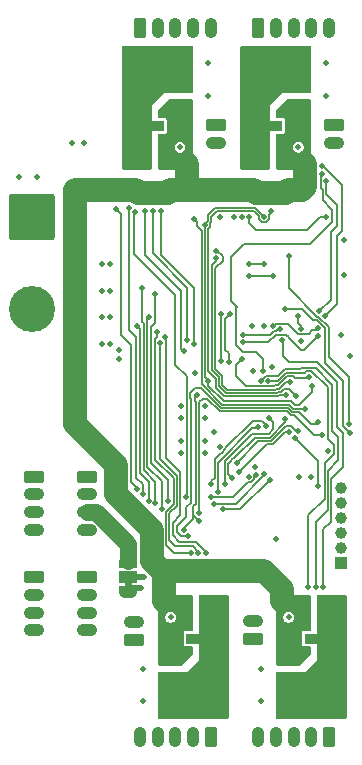
<source format=gbl>
G04 #@! TF.GenerationSoftware,KiCad,Pcbnew,9.0.2*
G04 #@! TF.CreationDate,2025-07-21T23:06:57-07:00*
G04 #@! TF.ProjectId,servo-drive,73657276-6f2d-4647-9269-76652e6b6963,rev?*
G04 #@! TF.SameCoordinates,Original*
G04 #@! TF.FileFunction,Copper,L4,Bot*
G04 #@! TF.FilePolarity,Positive*
%FSLAX46Y46*%
G04 Gerber Fmt 4.6, Leading zero omitted, Abs format (unit mm)*
G04 Created by KiCad (PCBNEW 9.0.2) date 2025-07-21 23:06:57*
%MOMM*%
%LPD*%
G01*
G04 APERTURE LIST*
G04 Aperture macros list*
%AMRoundRect*
0 Rectangle with rounded corners*
0 $1 Rounding radius*
0 $2 $3 $4 $5 $6 $7 $8 $9 X,Y pos of 4 corners*
0 Add a 4 corners polygon primitive as box body*
4,1,4,$2,$3,$4,$5,$6,$7,$8,$9,$2,$3,0*
0 Add four circle primitives for the rounded corners*
1,1,$1+$1,$2,$3*
1,1,$1+$1,$4,$5*
1,1,$1+$1,$6,$7*
1,1,$1+$1,$8,$9*
0 Add four rect primitives between the rounded corners*
20,1,$1+$1,$2,$3,$4,$5,0*
20,1,$1+$1,$4,$5,$6,$7,0*
20,1,$1+$1,$6,$7,$8,$9,0*
20,1,$1+$1,$8,$9,$2,$3,0*%
%AMFreePoly0*
4,1,23,0.550000,-0.750000,0.000000,-0.750000,0.000000,-0.745722,-0.065263,-0.745722,-0.191342,-0.711940,-0.304381,-0.646677,-0.396677,-0.554381,-0.461940,-0.441342,-0.495722,-0.315263,-0.495722,-0.250000,-0.500000,-0.250000,-0.500000,0.250000,-0.495722,0.250000,-0.495722,0.315263,-0.461940,0.441342,-0.396677,0.554381,-0.304381,0.646677,-0.191342,0.711940,-0.065263,0.745722,0.000000,0.745722,
0.000000,0.750000,0.550000,0.750000,0.550000,-0.750000,0.550000,-0.750000,$1*%
%AMFreePoly1*
4,1,23,0.000000,0.745722,0.065263,0.745722,0.191342,0.711940,0.304381,0.646677,0.396677,0.554381,0.461940,0.441342,0.495722,0.315263,0.495722,0.250000,0.500000,0.250000,0.500000,-0.250000,0.495722,-0.250000,0.495722,-0.315263,0.461940,-0.441342,0.396677,-0.554381,0.304381,-0.646677,0.191342,-0.711940,0.065263,-0.745722,0.000000,-0.745722,0.000000,-0.750000,-0.550000,-0.750000,
-0.550000,0.750000,0.000000,0.750000,0.000000,0.745722,0.000000,0.745722,$1*%
G04 Aperture macros list end*
G04 #@! TA.AperFunction,EtchedComponent*
%ADD10C,0.000000*%
G04 #@! TD*
G04 #@! TA.AperFunction,ComponentPad*
%ADD11RoundRect,0.250000X-0.265000X-0.615000X0.265000X-0.615000X0.265000X0.615000X-0.265000X0.615000X0*%
G04 #@! TD*
G04 #@! TA.AperFunction,ComponentPad*
%ADD12O,1.030000X1.730000*%
G04 #@! TD*
G04 #@! TA.AperFunction,ComponentPad*
%ADD13RoundRect,0.250002X-1.699998X1.699998X-1.699998X-1.699998X1.699998X-1.699998X1.699998X1.699998X0*%
G04 #@! TD*
G04 #@! TA.AperFunction,ComponentPad*
%ADD14C,3.900000*%
G04 #@! TD*
G04 #@! TA.AperFunction,ComponentPad*
%ADD15RoundRect,0.250000X0.615000X-0.265000X0.615000X0.265000X-0.615000X0.265000X-0.615000X-0.265000X0*%
G04 #@! TD*
G04 #@! TA.AperFunction,ComponentPad*
%ADD16O,1.730000X1.030000*%
G04 #@! TD*
G04 #@! TA.AperFunction,HeatsinkPad*
%ADD17C,0.600000*%
G04 #@! TD*
G04 #@! TA.AperFunction,SMDPad,CuDef*
%ADD18R,1.600000X0.900000*%
G04 #@! TD*
G04 #@! TA.AperFunction,ComponentPad*
%ADD19RoundRect,0.250000X-0.615000X0.265000X-0.615000X-0.265000X0.615000X-0.265000X0.615000X0.265000X0*%
G04 #@! TD*
G04 #@! TA.AperFunction,ComponentPad*
%ADD20RoundRect,0.250000X0.265000X0.615000X-0.265000X0.615000X-0.265000X-0.615000X0.265000X-0.615000X0*%
G04 #@! TD*
G04 #@! TA.AperFunction,ComponentPad*
%ADD21R,1.000000X1.000000*%
G04 #@! TD*
G04 #@! TA.AperFunction,ComponentPad*
%ADD22C,1.000000*%
G04 #@! TD*
G04 #@! TA.AperFunction,SMDPad,CuDef*
%ADD23FreePoly0,90.000000*%
G04 #@! TD*
G04 #@! TA.AperFunction,SMDPad,CuDef*
%ADD24R,1.500000X1.000000*%
G04 #@! TD*
G04 #@! TA.AperFunction,SMDPad,CuDef*
%ADD25FreePoly1,90.000000*%
G04 #@! TD*
G04 #@! TA.AperFunction,ViaPad*
%ADD26C,0.508000*%
G04 #@! TD*
G04 #@! TA.AperFunction,ViaPad*
%ADD27C,0.600000*%
G04 #@! TD*
G04 #@! TA.AperFunction,Conductor*
%ADD28C,0.500000*%
G04 #@! TD*
G04 #@! TA.AperFunction,Conductor*
%ADD29C,2.000000*%
G04 #@! TD*
G04 #@! TA.AperFunction,Conductor*
%ADD30C,1.400000*%
G04 #@! TD*
G04 #@! TA.AperFunction,Conductor*
%ADD31C,0.150000*%
G04 #@! TD*
G04 #@! TA.AperFunction,Conductor*
%ADD32C,0.200000*%
G04 #@! TD*
G04 APERTURE END LIST*
D10*
G04 #@! TA.AperFunction,EtchedComponent*
G36*
X133800000Y-123900000D02*
G01*
X133200000Y-123900000D01*
X133200000Y-123400000D01*
X133800000Y-123400000D01*
X133800000Y-123900000D01*
G37*
G04 #@! TD.AperFunction*
D11*
X134500000Y-76500000D03*
D12*
X136000000Y-76500000D03*
X137500000Y-76500000D03*
X139000000Y-76500000D03*
X140500000Y-76500000D03*
D11*
X144500000Y-76500000D03*
D12*
X146000000Y-76500000D03*
X147500000Y-76500000D03*
X149000000Y-76500000D03*
X150500000Y-76500000D03*
D13*
X125330000Y-92475000D03*
D14*
X125330000Y-100275000D03*
D15*
X134000000Y-128300000D03*
D16*
X134000000Y-126800000D03*
D17*
X136300000Y-84800000D03*
D18*
X135800000Y-84800000D03*
D17*
X135300000Y-84800000D03*
D19*
X150950000Y-84750000D03*
D16*
X150950000Y-86250000D03*
D20*
X140500000Y-136500000D03*
D12*
X139000000Y-136500000D03*
X137500000Y-136500000D03*
X136000000Y-136500000D03*
X134500000Y-136500000D03*
D19*
X130000000Y-114500000D03*
D16*
X130000000Y-116000000D03*
X130000000Y-117500000D03*
X130000000Y-119000000D03*
D17*
X146300000Y-84800000D03*
D18*
X145800000Y-84800000D03*
D17*
X145300000Y-84800000D03*
D19*
X130000000Y-123000000D03*
D16*
X130000000Y-124500000D03*
X130000000Y-126000000D03*
X130000000Y-127500000D03*
D15*
X144050000Y-128250000D03*
D16*
X144050000Y-126750000D03*
D19*
X125500000Y-114500000D03*
D16*
X125500000Y-116000000D03*
X125500000Y-117500000D03*
X125500000Y-119000000D03*
D20*
X150500000Y-136500000D03*
D12*
X149000000Y-136500000D03*
X147500000Y-136500000D03*
X146000000Y-136500000D03*
X144500000Y-136500000D03*
D19*
X125500000Y-123000000D03*
D16*
X125500000Y-124500000D03*
X125500000Y-126000000D03*
X125500000Y-127500000D03*
D17*
X138700000Y-128200000D03*
D18*
X139200000Y-128200000D03*
D17*
X139700000Y-128200000D03*
X148700000Y-128200000D03*
D18*
X149200000Y-128200000D03*
D17*
X149700000Y-128200000D03*
D21*
X151500000Y-121810000D03*
D22*
X151500000Y-120540000D03*
X151500000Y-119270000D03*
X151500000Y-118000000D03*
X151500000Y-116730000D03*
X151500000Y-115460000D03*
D19*
X140950000Y-84750000D03*
D16*
X140950000Y-86250000D03*
D23*
X133500000Y-124300000D03*
D24*
X133500000Y-123000000D03*
D25*
X133500000Y-121700000D03*
D26*
X141250000Y-112000000D03*
X138000000Y-109500000D03*
X137900000Y-86600000D03*
X140000000Y-109500000D03*
X134600000Y-123900000D03*
X137100000Y-126400000D03*
X134750000Y-133500000D03*
X150250000Y-79500000D03*
X151750000Y-97420000D03*
X128750000Y-86250000D03*
X151500000Y-102500000D03*
X138000000Y-108500000D03*
X144000000Y-101750000D03*
X147900000Y-86600000D03*
X149000000Y-114500000D03*
X140250000Y-79500000D03*
X144750000Y-133500000D03*
X140000000Y-108500000D03*
X147100000Y-126400000D03*
X144200000Y-113700000D03*
X152250000Y-104250000D03*
X132000000Y-103250000D03*
X144750000Y-130750000D03*
D27*
X126500000Y-99200000D03*
D26*
X141250000Y-92500000D03*
X151500000Y-127000000D03*
X141500000Y-127000000D03*
X134500000Y-85000000D03*
X140739336Y-110740104D03*
X150250000Y-82250000D03*
X141500000Y-129000000D03*
X132000000Y-98750000D03*
X129750000Y-86250000D03*
X133500000Y-86000000D03*
X131250000Y-96500000D03*
X140000000Y-112500000D03*
X142500000Y-92500000D03*
X132000000Y-101000000D03*
X138000000Y-112500000D03*
X140250000Y-82250000D03*
D27*
X126500000Y-101400000D03*
D26*
X124250000Y-89135000D03*
X134500000Y-84000000D03*
D27*
X124100000Y-99200000D03*
D26*
X150500000Y-129000000D03*
X138000000Y-111500000D03*
X131250000Y-98750000D03*
X139166085Y-105678243D03*
D27*
X123700000Y-100300000D03*
D26*
X144500000Y-85000000D03*
X132000000Y-96500000D03*
X134250000Y-86000000D03*
X134750000Y-130750000D03*
X144250000Y-86000000D03*
X151750000Y-94500000D03*
X141500000Y-128000000D03*
X125750000Y-89135000D03*
X145000000Y-101750000D03*
X150500000Y-128000000D03*
X131250000Y-101000000D03*
X140500000Y-128000000D03*
D27*
X126900000Y-100300000D03*
X124200000Y-101400000D03*
D26*
X132750000Y-104500000D03*
X143500000Y-84000000D03*
X146000000Y-119750000D03*
X151500000Y-128000000D03*
X151500000Y-129000000D03*
X143500000Y-86000000D03*
X133500000Y-84000000D03*
X132750000Y-103750000D03*
X133500000Y-85000000D03*
X140500000Y-129000000D03*
D27*
X125300000Y-101900000D03*
D26*
X143500000Y-85000000D03*
X140750000Y-127000000D03*
X147999169Y-114500896D03*
X140000000Y-111500000D03*
D27*
X125300000Y-98700000D03*
D26*
X131250000Y-103250000D03*
X150750000Y-127000000D03*
X144500000Y-84000000D03*
X143113997Y-92500000D03*
X138500000Y-86000000D03*
X148500000Y-85000000D03*
X129500000Y-98750000D03*
X136500000Y-127000000D03*
X128250000Y-90250000D03*
X146500000Y-129000000D03*
X148500000Y-86000000D03*
X138500000Y-88000000D03*
X128500000Y-98750000D03*
X129500000Y-101000000D03*
X138500000Y-83000000D03*
X129500000Y-94500000D03*
X138500000Y-84000000D03*
X136500000Y-129000000D03*
X148500000Y-84000000D03*
X148500000Y-83000000D03*
X148500000Y-88000000D03*
X128500000Y-96500000D03*
X129500000Y-96500000D03*
X146500000Y-128000000D03*
X136500000Y-125000000D03*
X138500000Y-85000000D03*
X146500000Y-127000000D03*
X138500000Y-87000000D03*
X136500000Y-128000000D03*
X146500000Y-130000000D03*
X136500000Y-126000000D03*
X128500000Y-101000000D03*
X146500000Y-125000000D03*
X128500000Y-94500000D03*
X148500000Y-87000000D03*
X136500000Y-130000000D03*
X146500000Y-126000000D03*
X149100000Y-106800000D03*
X139500000Y-118250000D03*
X140300000Y-106400000D03*
X139300000Y-107600000D03*
X140000000Y-93200000D03*
X138200000Y-119000000D03*
X145000000Y-92500000D03*
X145200000Y-110200000D03*
X140500000Y-115100000D03*
X134800000Y-123000000D03*
X141100000Y-115800000D03*
X144500000Y-110300000D03*
X145400000Y-109500000D03*
X141700000Y-115100000D03*
X146800000Y-109600000D03*
X142300000Y-114600000D03*
X142900000Y-114100000D03*
X147106763Y-110741803D03*
X142700000Y-113300000D03*
X147900000Y-110600000D03*
D27*
X126900000Y-90900000D03*
X125400000Y-90900000D03*
X123700000Y-94100000D03*
X123700000Y-90900000D03*
X125300000Y-94100000D03*
X126900000Y-94100000D03*
X126900000Y-92500000D03*
X123700000Y-92500000D03*
D26*
X135227224Y-116522780D03*
X134250000Y-101750000D03*
X136328041Y-117236184D03*
X135250000Y-101000000D03*
X150400000Y-112300000D03*
X145800000Y-101700000D03*
X149553224Y-101941797D03*
X143700000Y-114500000D03*
X144100000Y-105557000D03*
X149600000Y-115300000D03*
X147600000Y-111200000D03*
X143750000Y-92500000D03*
X150250000Y-92500000D03*
X143750000Y-97500000D03*
X136905000Y-116526852D03*
X145750000Y-97500000D03*
X135750000Y-99000000D03*
X134692000Y-98500000D03*
X143750000Y-96500000D03*
X135815100Y-116765470D03*
X145000000Y-96500000D03*
X147700000Y-107700000D03*
X140900000Y-96000000D03*
X148096317Y-102974713D03*
X145709231Y-105207000D03*
X134963997Y-92000000D03*
X138200000Y-103857000D03*
X138500000Y-102900000D03*
X146385000Y-102010000D03*
X135600000Y-92000000D03*
X143200000Y-102500000D03*
X143200000Y-103136003D03*
X139045367Y-103227220D03*
X136300000Y-92000000D03*
X149600000Y-102600000D03*
X141372651Y-104695442D03*
X141400000Y-100700000D03*
X149882000Y-88835748D03*
X144900000Y-105557000D03*
X140100000Y-121000000D03*
X136598922Y-102682055D03*
X148100000Y-101957000D03*
X149700000Y-100500000D03*
X150257000Y-89452151D03*
X147900000Y-100900000D03*
X139436003Y-121000000D03*
X148800000Y-106100000D03*
X136227000Y-103197972D03*
X143100000Y-104500000D03*
X147100000Y-95800000D03*
X152200000Y-110000000D03*
X139100000Y-92700000D03*
X148500000Y-108800000D03*
X146800000Y-100300000D03*
X152300000Y-110800000D03*
X138600000Y-119500000D03*
X149600000Y-109900000D03*
X146900000Y-107600000D03*
X145600000Y-92000000D03*
X148763997Y-123800000D03*
X145342999Y-106402000D03*
X135948000Y-102250000D03*
X138800000Y-121000000D03*
X142000000Y-104800000D03*
X142100000Y-100700000D03*
X139507647Y-117611350D03*
X149900000Y-111000000D03*
X150036003Y-123800000D03*
X146514000Y-102924000D03*
X150200000Y-100900000D03*
X149900000Y-88200000D03*
X147200000Y-106500000D03*
X140900000Y-95363997D03*
X144707007Y-106398292D03*
X149400000Y-123800000D03*
X138377001Y-116250000D03*
X145500000Y-114750000D03*
X141500000Y-117250000D03*
X134099743Y-92065801D03*
X132452011Y-91797989D03*
X140500000Y-116257000D03*
X134261442Y-115557000D03*
X144311768Y-114326104D03*
X134750000Y-116000000D03*
X145014924Y-114269245D03*
X140787646Y-116824238D03*
X133568858Y-91715571D03*
D28*
X134600000Y-123900000D02*
X133900000Y-123900000D01*
X133900000Y-123900000D02*
X133500000Y-124300000D01*
D29*
X134360076Y-90457338D02*
X134152738Y-90250000D01*
X129000000Y-90250000D02*
X129000000Y-110000000D01*
X146500000Y-124000000D02*
X146500000Y-125000000D01*
X138500000Y-90000000D02*
X138250000Y-90250000D01*
X129000000Y-110000000D02*
X132500000Y-113500000D01*
X132500000Y-113500000D02*
X132500000Y-116000000D01*
X147047927Y-90250000D02*
X148250000Y-90250000D01*
X135500000Y-121638076D02*
X136258000Y-122396076D01*
X136396076Y-122396076D02*
X136500000Y-122500000D01*
X134994292Y-90457338D02*
X134360076Y-90457338D01*
X136500000Y-122500000D02*
X136500000Y-125000000D01*
X137047262Y-90250000D02*
X136839924Y-90457338D01*
X146839927Y-90458000D02*
X147047927Y-90250000D01*
X136203924Y-90459122D02*
X134996076Y-90459122D01*
X134996076Y-90459122D02*
X134994292Y-90457338D01*
X137047262Y-90250000D02*
X144152073Y-90250000D01*
X136205708Y-90457338D02*
X136203924Y-90459122D01*
X145000000Y-122500000D02*
X146500000Y-124000000D01*
X136839924Y-90457338D02*
X136205708Y-90457338D01*
X148500000Y-90000000D02*
X148500000Y-88000000D01*
X135500000Y-119000000D02*
X135500000Y-121638076D01*
X148250000Y-90250000D02*
X148500000Y-90000000D01*
X144152073Y-90250000D02*
X144360073Y-90458000D01*
X137000000Y-122500000D02*
X145000000Y-122500000D01*
X144360073Y-90458000D02*
X146839927Y-90458000D01*
X136500000Y-123000000D02*
X137000000Y-122500000D01*
X138500000Y-88000000D02*
X138500000Y-90000000D01*
X134152738Y-90250000D02*
X129000000Y-90250000D01*
X136258000Y-122396076D02*
X136396076Y-122396076D01*
X132500000Y-116000000D02*
X135500000Y-119000000D01*
X138250000Y-90250000D02*
X137047262Y-90250000D01*
D30*
X130000000Y-117500000D02*
X130800000Y-117500000D01*
X133529000Y-120229000D02*
X133529000Y-121671000D01*
X133529000Y-121671000D02*
X133500000Y-121671000D01*
X130800000Y-117500000D02*
X133529000Y-120229000D01*
D31*
X138999999Y-117749999D02*
X138999999Y-117400000D01*
X139200000Y-107700000D02*
X139300000Y-107600000D01*
D32*
X147272828Y-108100000D02*
X145982824Y-108100000D01*
X141604998Y-108104998D02*
X140300000Y-106800000D01*
D31*
X140000000Y-93200000D02*
X140000000Y-106100000D01*
X140320999Y-92281718D02*
X140321000Y-92284434D01*
X139206563Y-108111997D02*
X139200000Y-108105434D01*
X140000000Y-106100000D02*
X140300000Y-106400000D01*
X138200000Y-119000000D02*
X138300000Y-118900000D01*
X140881717Y-91721000D02*
X140320999Y-92281718D01*
X139206563Y-116793437D02*
X139206563Y-108111997D01*
X138999999Y-117000001D02*
X139206563Y-116793437D01*
D32*
X144822171Y-108104998D02*
X141604998Y-108104998D01*
D31*
X144220999Y-91720999D02*
X140881717Y-91721000D01*
D32*
X144822172Y-108104999D02*
X144822171Y-108104998D01*
D31*
X139500000Y-118250000D02*
X138999999Y-117749999D01*
D32*
X140300000Y-106800000D02*
X140300000Y-106400000D01*
D31*
X140321000Y-92284434D02*
X140253999Y-92351435D01*
X138999999Y-118100001D02*
X138999999Y-117400000D01*
D32*
X149100000Y-106800000D02*
X149100000Y-107300000D01*
D31*
X138999999Y-117400000D02*
X138999999Y-117000001D01*
X138300000Y-118900000D02*
X138300000Y-118800000D01*
X145000000Y-92500000D02*
X144220999Y-91720999D01*
X138300000Y-118800000D02*
X138999999Y-118100001D01*
D32*
X147962001Y-108437999D02*
X147610828Y-108438000D01*
X149100000Y-107300000D02*
X147962001Y-108437999D01*
D31*
X140253999Y-92351435D02*
X140254000Y-92846000D01*
X140000000Y-93100000D02*
X140000000Y-93200000D01*
D32*
X145982824Y-108100000D02*
X145977826Y-108104998D01*
X145977826Y-108104998D02*
X144822172Y-108104999D01*
D31*
X139200000Y-108105434D02*
X139200000Y-107700000D01*
D32*
X147610828Y-108438000D02*
X147272828Y-108100000D01*
D31*
X140254000Y-92846000D02*
X140000000Y-93100000D01*
X141342000Y-112458000D02*
X140820999Y-112979001D01*
X144767000Y-109767000D02*
X144033000Y-109767000D01*
X141708000Y-112189710D02*
X141439710Y-112458000D01*
X140500000Y-114900000D02*
X140500000Y-115100000D01*
X145200000Y-110195513D02*
X144908263Y-109903776D01*
X144033000Y-109767000D02*
X141708000Y-112092000D01*
X144908263Y-109903776D02*
X144903776Y-109903776D01*
X145200000Y-110200000D02*
X145200000Y-110195513D01*
X140820999Y-114579001D02*
X140500000Y-114900000D01*
X140820999Y-112979001D02*
X140820999Y-114579001D01*
X141708000Y-112092000D02*
X141708000Y-112189710D01*
X141439710Y-112458000D02*
X141342000Y-112458000D01*
X144903776Y-109903776D02*
X144767000Y-109767000D01*
D28*
X133500000Y-123000000D02*
X134800000Y-123000000D01*
D31*
X144000000Y-110400000D02*
X144400000Y-110400000D01*
X141100000Y-113300000D02*
X144000000Y-110400000D01*
X141100000Y-115800000D02*
X141100000Y-113300000D01*
X144400000Y-110400000D02*
X144500000Y-110300000D01*
X141700000Y-113146454D02*
X141700000Y-115100000D01*
X145403546Y-110896454D02*
X143950000Y-110896454D01*
X145800000Y-109900000D02*
X145800000Y-110500000D01*
X145400000Y-109500000D02*
X145800000Y-109900000D01*
X145800000Y-110500000D02*
X145403546Y-110896454D01*
X143950000Y-110896454D02*
X141700000Y-113146454D01*
X142558000Y-112842000D02*
X142510290Y-112842000D01*
X145500000Y-111200000D02*
X144200000Y-111200000D01*
X146800000Y-109600000D02*
X146800000Y-109900000D01*
X146800000Y-109900000D02*
X145500000Y-111200000D01*
X142242000Y-113158000D02*
X141979000Y-113421000D01*
X141979000Y-113421000D02*
X141979000Y-114279000D01*
X142510290Y-112842000D02*
X142242000Y-113110290D01*
X144200000Y-111200000D02*
X142558000Y-112842000D01*
X141979000Y-114279000D02*
X142300000Y-114600000D01*
X142242000Y-113110290D02*
X142242000Y-113158000D01*
X146747329Y-110741803D02*
X145731131Y-111758001D01*
X147106763Y-110741803D02*
X146747329Y-110741803D01*
X145731131Y-111758001D02*
X145241999Y-111758001D01*
X145241999Y-111758001D02*
X142900000Y-114100000D01*
X144521000Y-111479000D02*
X142700000Y-113300000D01*
X146885987Y-110208803D02*
X146631988Y-110462802D01*
X147639763Y-110521027D02*
X147327539Y-110208803D01*
X147900000Y-110600000D02*
X147821027Y-110521027D01*
X145615566Y-111479000D02*
X144521000Y-111479000D01*
X146631988Y-110462802D02*
X146631764Y-110462802D01*
X147327539Y-110208803D02*
X146885987Y-110208803D01*
X146631764Y-110462802D02*
X145615566Y-111479000D01*
X147821027Y-110521027D02*
X147639763Y-110521027D01*
D32*
X135250000Y-114957440D02*
X134479000Y-114186440D01*
X135250000Y-116500000D02*
X135250000Y-114957440D01*
X134479000Y-114186440D02*
X134479000Y-101979000D01*
X135227224Y-116522780D02*
X135227224Y-116522776D01*
X135227224Y-116522776D02*
X135250000Y-116500000D01*
X134479000Y-101979000D02*
X134250000Y-101750000D01*
X135137000Y-113637000D02*
X135137000Y-101113000D01*
X136346000Y-114846000D02*
X135137000Y-113637000D01*
X135137000Y-101113000D02*
X135250000Y-101000000D01*
X136348033Y-117216192D02*
X136348033Y-116102099D01*
X136328041Y-117236184D02*
X136348033Y-117216192D01*
X136348033Y-116102099D02*
X136346000Y-116100066D01*
X136346000Y-116100066D02*
X136346000Y-114846000D01*
D31*
X147898287Y-102415000D02*
X148785000Y-102415000D01*
X149395021Y-102100000D02*
X149553224Y-101941797D01*
X145948000Y-101552000D02*
X147035287Y-101552000D01*
X147035287Y-101552000D02*
X147898287Y-102415000D01*
X149100000Y-102100000D02*
X149395021Y-102100000D01*
X145800000Y-101700000D02*
X145948000Y-101552000D01*
X148785000Y-102415000D02*
X149100000Y-102100000D01*
X149600000Y-115300000D02*
X149600000Y-113200000D01*
X149600000Y-113200000D02*
X147600000Y-111200000D01*
D32*
X149750000Y-92500000D02*
X150250000Y-92500000D01*
X148650000Y-93600000D02*
X149750000Y-92500000D01*
X143750000Y-93050000D02*
X144300000Y-93600000D01*
X143750000Y-92500000D02*
X143750000Y-93050000D01*
X144300000Y-93600000D02*
X148650000Y-93600000D01*
X135466000Y-113366000D02*
X136900000Y-114800000D01*
X143750000Y-97500000D02*
X145750000Y-97500000D01*
X136900000Y-116521852D02*
X136905000Y-116526852D01*
X135808000Y-101492000D02*
X135466000Y-101834000D01*
X135466000Y-101834000D02*
X135466000Y-113366000D01*
X135750000Y-99000000D02*
X135808000Y-99058000D01*
X136900000Y-114800000D02*
X136900000Y-116521852D01*
X135808000Y-99058000D02*
X135808000Y-101492000D01*
X145000000Y-96500000D02*
X143750000Y-96500000D01*
X134808000Y-101518868D02*
X134692000Y-101402868D01*
X134692000Y-101402868D02*
X134692000Y-98500000D01*
X135815100Y-116765470D02*
X135815100Y-114915100D01*
X135815100Y-114915100D02*
X134808000Y-113908000D01*
X134808000Y-113908000D02*
X134808000Y-101518868D01*
D31*
X147433000Y-107433000D02*
X147433000Y-107379224D01*
X140558000Y-105463434D02*
X140558000Y-96542000D01*
X146425224Y-107321000D02*
X146184434Y-107321000D01*
X140900000Y-96200000D02*
X140900000Y-96000000D01*
X141179000Y-106851434D02*
X141179000Y-106084434D01*
X140558000Y-96542000D02*
X140900000Y-96200000D01*
X146088434Y-107417000D02*
X141744566Y-107417000D01*
X141179000Y-106084434D02*
X140558000Y-105463434D01*
X147433000Y-107379224D02*
X147120776Y-107067000D01*
X146184434Y-107321000D02*
X146088434Y-107417000D01*
X147700000Y-107700000D02*
X147433000Y-107433000D01*
X141744566Y-107417000D02*
X141179000Y-106851434D01*
X146679224Y-107067000D02*
X146425224Y-107321000D01*
X147120776Y-107067000D02*
X146679224Y-107067000D01*
X134963997Y-95763997D02*
X134963997Y-92000000D01*
X138000000Y-103657000D02*
X138000000Y-98800000D01*
X138000000Y-98800000D02*
X134963997Y-95763997D01*
X138200000Y-103857000D02*
X138000000Y-103657000D01*
X145863659Y-102187999D02*
X145551658Y-102500000D01*
X135600000Y-95600000D02*
X135600000Y-92000000D01*
X138500000Y-102900000D02*
X138500000Y-98500000D01*
X146169139Y-102010000D02*
X145991139Y-102188000D01*
X146385000Y-102010000D02*
X146169139Y-102010000D01*
X145551658Y-102500000D02*
X143200000Y-102500000D01*
X145991139Y-102188000D02*
X145863659Y-102187999D01*
X138500000Y-98500000D02*
X135600000Y-95600000D01*
X136300000Y-95700000D02*
X139100000Y-98500000D01*
X147079224Y-102652336D02*
X146893888Y-102467000D01*
X149600000Y-102600000D02*
X148400000Y-103800000D01*
X139100000Y-103172587D02*
X139045367Y-103227220D01*
X146893888Y-102467000D02*
X145979224Y-102467000D01*
X148400000Y-103800000D02*
X148100000Y-103800000D01*
X145310221Y-103136003D02*
X143200000Y-103136003D01*
X145979224Y-102467000D02*
X145310221Y-103136003D01*
X139100000Y-98500000D02*
X139100000Y-103172587D01*
X136300000Y-92000000D02*
X136300000Y-95700000D01*
X148100000Y-103800000D02*
X147079224Y-102779224D01*
X147079224Y-102779224D02*
X147079224Y-102652336D01*
X141400000Y-100700000D02*
X141400000Y-104668093D01*
X141400000Y-104668093D02*
X141372651Y-104695442D01*
X148900000Y-94800000D02*
X143300000Y-94800000D01*
X142667000Y-100133000D02*
X142667000Y-103356779D01*
X149967000Y-90233000D02*
X149967000Y-91067000D01*
X142200000Y-95900000D02*
X142200000Y-99600000D01*
X144900000Y-104500000D02*
X144900000Y-105557000D01*
X142700000Y-100100000D02*
X142667000Y-100133000D01*
X143210221Y-103900000D02*
X144300000Y-103900000D01*
X150800000Y-92900000D02*
X148900000Y-94800000D01*
X150800000Y-91900000D02*
X150800000Y-92900000D01*
X149967000Y-91067000D02*
X150800000Y-91900000D01*
X149800000Y-90066000D02*
X149967000Y-90233000D01*
X149882000Y-88835748D02*
X149800000Y-88917748D01*
X144300000Y-103900000D02*
X144900000Y-104500000D01*
X142200000Y-99600000D02*
X142700000Y-100100000D01*
X142667000Y-103356779D02*
X143210221Y-103900000D01*
X149800000Y-88917748D02*
X149800000Y-90066000D01*
X143300000Y-94800000D02*
X142200000Y-95900000D01*
X140100000Y-120910221D02*
X140100000Y-121000000D01*
X137833000Y-120033000D02*
X139222779Y-120033000D01*
X137262000Y-118438000D02*
X137262000Y-119462000D01*
X136598922Y-102682055D02*
X136720776Y-102803909D01*
X136720776Y-102803909D02*
X136720776Y-112920776D01*
X137920001Y-114120001D02*
X137920001Y-117779999D01*
X136720776Y-112920776D02*
X137920001Y-114120001D01*
X137920001Y-117779999D02*
X137262000Y-118438000D01*
X137262000Y-119462000D02*
X137833000Y-120033000D01*
X139222779Y-120033000D02*
X140100000Y-120910221D01*
X148100000Y-101957000D02*
X148100000Y-101700000D01*
X150257000Y-89452151D02*
X150257000Y-90557000D01*
X147900000Y-101500000D02*
X147900000Y-100900000D01*
X151200000Y-91500000D02*
X151200000Y-93300000D01*
X150257000Y-90557000D02*
X151200000Y-91500000D01*
X151200000Y-93300000D02*
X150700000Y-93800000D01*
X150700000Y-93800000D02*
X150700000Y-99500000D01*
X148100000Y-101700000D02*
X147900000Y-101500000D01*
X150700000Y-99500000D02*
X149700000Y-100500000D01*
X136983000Y-117611566D02*
X136983000Y-119883000D01*
X139436003Y-120882227D02*
X139436003Y-121000000D01*
X147420776Y-105967000D02*
X147620776Y-106167000D01*
X136200000Y-112997283D02*
X137641000Y-114438283D01*
X145953304Y-106762999D02*
X146184434Y-106762998D01*
X136983000Y-119883000D02*
X137500000Y-120400000D01*
X146979224Y-105967000D02*
X147420776Y-105967000D01*
X142600000Y-106000000D02*
X143459000Y-106859000D01*
X138953776Y-120400000D02*
X139436003Y-120882227D01*
X148733000Y-106167000D02*
X148800000Y-106100000D01*
X142600000Y-105000000D02*
X142600000Y-106000000D01*
X137641000Y-116953566D02*
X136983000Y-117611566D01*
X143459000Y-106859000D02*
X145857302Y-106859000D01*
X146184434Y-106761790D02*
X146979224Y-105967000D01*
X136200000Y-103200000D02*
X136200000Y-112997283D01*
X146184434Y-106762998D02*
X146184434Y-106761790D01*
X145857302Y-106859000D02*
X145953304Y-106762999D01*
X137500000Y-120400000D02*
X138953776Y-120400000D01*
X136202028Y-103197972D02*
X136200000Y-103200000D01*
X147620776Y-106167000D02*
X148733000Y-106167000D01*
X137641000Y-114438283D02*
X137641000Y-116953566D01*
X136227000Y-103197972D02*
X136202028Y-103197972D01*
X143100000Y-104500000D02*
X142600000Y-105000000D01*
X149610290Y-100958000D02*
X150500000Y-101847710D01*
X152200000Y-106100000D02*
X152200000Y-110000000D01*
X149510290Y-100958000D02*
X149610290Y-100958000D01*
X150500000Y-101847710D02*
X150500000Y-104400000D01*
X150500000Y-104400000D02*
X152200000Y-106100000D01*
X147100000Y-95800000D02*
X147100000Y-98547710D01*
X147100000Y-98547710D02*
X149510290Y-100958000D01*
X148140790Y-108800000D02*
X148500000Y-108800000D01*
X147484908Y-108742000D02*
X148082788Y-108741998D01*
X147151907Y-108408999D02*
X147484908Y-108742000D01*
X139721000Y-93700000D02*
X139721000Y-106650920D01*
X141479079Y-108408999D02*
X147151907Y-108408999D01*
X139100000Y-92700000D02*
X139300000Y-92900000D01*
X139300000Y-92900000D02*
X139300000Y-93279000D01*
X148082788Y-108741998D02*
X148140790Y-108800000D01*
X139721000Y-106650920D02*
X141479079Y-108408999D01*
X139300000Y-93279000D02*
X139721000Y-93700000D01*
X148200000Y-100300000D02*
X146800000Y-100300000D01*
X152300000Y-110800000D02*
X152246224Y-110800000D01*
X151667000Y-110220776D02*
X151667000Y-106361566D01*
X149137001Y-101237001D02*
X148200000Y-100300000D01*
X150173112Y-104867678D02*
X150173112Y-101915388D01*
X151667000Y-106361566D02*
X150173112Y-104867678D01*
X149494725Y-101237001D02*
X149137001Y-101237001D01*
X152246224Y-110800000D02*
X151667000Y-110220776D01*
X150173112Y-101915388D02*
X149494725Y-101237001D01*
X138835001Y-116439710D02*
X138800000Y-116474711D01*
X147967223Y-109020999D02*
X147369342Y-109021000D01*
X139675514Y-107000000D02*
X139146224Y-107000000D01*
X137979224Y-119533000D02*
X138420776Y-119533000D01*
X138800000Y-116700000D02*
X138400000Y-117100000D01*
X147036341Y-108687999D02*
X141363514Y-108688000D01*
X138600000Y-119353776D02*
X138600000Y-119500000D01*
X138800000Y-116025289D02*
X138835001Y-116060290D01*
X149600000Y-109900000D02*
X149500000Y-110000000D01*
X138400000Y-117100000D02*
X138400000Y-117900000D01*
X139146224Y-107000000D02*
X138767000Y-107379224D01*
X148946224Y-110000000D02*
X147967223Y-109020999D01*
X137667000Y-118633000D02*
X137667000Y-119220776D01*
X137667000Y-119220776D02*
X137979224Y-119533000D01*
X138400000Y-117900000D02*
X137667000Y-118633000D01*
X138767000Y-107379224D02*
X138767000Y-107820776D01*
X147369342Y-109021000D02*
X147036341Y-108687999D01*
X149500000Y-110000000D02*
X148946224Y-110000000D01*
X138800000Y-107853776D02*
X138800000Y-116025289D01*
X138420776Y-119533000D02*
X138600000Y-119353776D01*
X138767000Y-107820776D02*
X138800000Y-107853776D01*
X138835001Y-116060290D02*
X138835001Y-116439710D01*
X141363514Y-108688000D02*
X139675514Y-107000000D01*
X138800000Y-116474711D02*
X138800000Y-116700000D01*
X144810290Y-92958000D02*
X145189710Y-92958000D01*
X140532999Y-92467001D02*
X140600001Y-92399999D01*
X140458000Y-93036566D02*
X140533001Y-92961565D01*
X144200000Y-92094566D02*
X144200000Y-92100000D01*
X140600001Y-92399999D02*
X140600001Y-92397282D01*
X140900000Y-106967000D02*
X140900000Y-106200000D01*
X140279000Y-105579000D02*
X140279000Y-93568710D01*
X145458000Y-92342000D02*
X145600000Y-92200000D01*
X146204000Y-107696000D02*
X141629000Y-107696000D01*
X145600000Y-92200000D02*
X145600000Y-92000000D01*
X141629000Y-107696000D02*
X140900000Y-106967000D01*
X146900000Y-107600000D02*
X146300000Y-107600000D01*
X140600001Y-92397282D02*
X140997283Y-92000000D01*
X144542000Y-92689710D02*
X144810290Y-92958000D01*
X145189710Y-92958000D02*
X145458000Y-92689710D01*
X144200000Y-92100000D02*
X144467000Y-92367000D01*
X140279000Y-93568710D02*
X140458000Y-93389710D01*
X144467000Y-92367000D02*
X144472434Y-92367000D01*
X145458000Y-92689710D02*
X145458000Y-92342000D01*
X146300000Y-107600000D02*
X146204000Y-107696000D01*
X140900000Y-106200000D02*
X140279000Y-105579000D01*
X140533001Y-92961565D02*
X140532999Y-92467001D01*
X140458000Y-93389710D02*
X140458000Y-93036566D01*
X144472434Y-92367000D02*
X144542000Y-92436566D01*
X140997283Y-92000000D02*
X144105434Y-92000000D01*
X144105434Y-92000000D02*
X144200000Y-92094566D01*
X144542000Y-92436566D02*
X144542000Y-92689710D01*
X146192160Y-106359498D02*
X146863659Y-105687999D01*
X145342999Y-106402000D02*
X145342999Y-106371995D01*
X146863659Y-105687999D02*
X148458225Y-105687999D01*
X148579224Y-105567000D02*
X149020776Y-105567000D01*
X145330502Y-106359498D02*
X146192160Y-106359498D01*
X150141999Y-116358001D02*
X148763997Y-117736003D01*
X150400000Y-106946224D02*
X150400000Y-111300000D01*
X150141999Y-113358001D02*
X150141999Y-116358001D01*
X148458225Y-105687999D02*
X148579224Y-105567000D01*
X150942000Y-112558000D02*
X150141999Y-113358001D01*
X150400000Y-111300000D02*
X150942000Y-111842000D01*
X148763997Y-117736003D02*
X148763997Y-123800000D01*
X149020776Y-105567000D02*
X150400000Y-106946224D01*
X150942000Y-111842000D02*
X150942000Y-112558000D01*
X145342999Y-106371995D02*
X145330502Y-106359498D01*
X137362000Y-114651132D02*
X137362000Y-116838000D01*
X137400000Y-121000000D02*
X138800000Y-121000000D01*
X136704000Y-120304000D02*
X137400000Y-121000000D01*
X135948000Y-102652000D02*
X135770000Y-102830000D01*
X135770000Y-102830000D02*
X135770000Y-113059132D01*
X137362000Y-116838000D02*
X136704000Y-117496000D01*
X136704000Y-117496000D02*
X136704000Y-120304000D01*
X135770000Y-113059132D02*
X137362000Y-114651132D01*
X135948000Y-102250000D02*
X135948000Y-102652000D01*
X141700000Y-103763997D02*
X141700000Y-101153776D01*
X142000000Y-104063997D02*
X141700000Y-103763997D01*
X141933000Y-100867000D02*
X142100000Y-100700000D01*
X141933000Y-100920776D02*
X141933000Y-100867000D01*
X142000000Y-104800000D02*
X142000000Y-104063997D01*
X141700000Y-101153776D02*
X141933000Y-100920776D01*
X140180948Y-107900000D02*
X141247949Y-108967001D01*
X147253777Y-109300001D02*
X147500001Y-109300001D01*
X149200000Y-111000000D02*
X149900000Y-111000000D01*
X139485564Y-117589267D02*
X139485564Y-108214436D01*
X146920775Y-108966999D02*
X147253777Y-109300001D01*
X139507647Y-117611350D02*
X139485564Y-117589267D01*
X147500001Y-109300001D02*
X149200000Y-111000000D01*
X139800000Y-107900000D02*
X140180948Y-107900000D01*
X139485564Y-108214436D02*
X139800000Y-107900000D01*
X141247949Y-108967001D02*
X146920775Y-108966999D01*
X151700000Y-113700000D02*
X150700000Y-114700000D01*
X147100000Y-104800000D02*
X149500000Y-104800000D01*
X150700000Y-118300000D02*
X150036003Y-118963997D01*
X146600000Y-103010000D02*
X146600000Y-104300000D01*
X149500000Y-104800000D02*
X151200000Y-106500000D01*
X150700000Y-114700000D02*
X150700000Y-118300000D01*
X150036003Y-118963997D02*
X150036003Y-123800000D01*
X146600000Y-104300000D02*
X147100000Y-104800000D01*
X151200000Y-110300000D02*
X151700000Y-110800000D01*
X151700000Y-110800000D02*
X151700000Y-113700000D01*
X151200000Y-106500000D02*
X151200000Y-110300000D01*
X146514000Y-102924000D02*
X146600000Y-103010000D01*
X151600000Y-93700000D02*
X151217000Y-94083000D01*
X151217000Y-94083000D02*
X151217000Y-99883000D01*
X149900000Y-88200000D02*
X150000000Y-88200000D01*
X151600000Y-89800000D02*
X151600000Y-93700000D01*
X150000000Y-88200000D02*
X151600000Y-89800000D01*
X151217000Y-99883000D02*
X150200000Y-100900000D01*
X141458001Y-105968869D02*
X140837000Y-105347868D01*
X146068869Y-107041999D02*
X145972866Y-107138001D01*
X141500000Y-95800000D02*
X141063997Y-95363997D01*
X146298791Y-107041999D02*
X146068869Y-107041999D01*
X141458000Y-106735868D02*
X141458001Y-105968869D01*
X141860132Y-107138000D02*
X141458000Y-106735868D01*
X140837000Y-96863000D02*
X141500000Y-96200000D01*
X141500000Y-96200000D02*
X141500000Y-95800000D01*
X140837000Y-105347868D02*
X140837000Y-96863000D01*
X145972866Y-107138001D02*
X141860132Y-107138000D01*
X146840790Y-106500000D02*
X146298791Y-107041999D01*
X147200000Y-106500000D02*
X146840790Y-106500000D01*
X141063997Y-95363997D02*
X140900000Y-95363997D01*
X149400000Y-118300000D02*
X149400000Y-123800000D01*
X144884999Y-106212290D02*
X145153289Y-105944000D01*
X144707007Y-106398292D02*
X144884999Y-106220300D01*
X150800000Y-106700000D02*
X150800000Y-110647283D01*
X150800000Y-110647283D02*
X151295238Y-111142521D01*
X146213092Y-105944000D02*
X146748093Y-105408999D01*
X148192452Y-105288000D02*
X149388000Y-105288000D01*
X144884999Y-106220300D02*
X144884999Y-106212290D01*
X150420999Y-117279001D02*
X149400000Y-118300000D01*
X145153289Y-105944000D02*
X146213092Y-105944000D01*
X149388000Y-105288000D02*
X150800000Y-106700000D01*
X151295238Y-113110196D02*
X150420999Y-113984435D01*
X148071453Y-105408999D02*
X148192452Y-105288000D01*
X150420999Y-113984435D02*
X150420999Y-117279001D01*
X151295238Y-111142521D02*
X151295238Y-113110196D01*
X146748093Y-105408999D02*
X148071453Y-105408999D01*
X138458000Y-116169001D02*
X138458000Y-105958000D01*
X137500000Y-105000000D02*
X137500000Y-99140790D01*
X134000000Y-95640790D02*
X134000000Y-92000000D01*
X143000000Y-117250000D02*
X141500000Y-117250000D01*
X138458000Y-105958000D02*
X137500000Y-105000000D01*
X134000000Y-92000000D02*
X134033942Y-92000000D01*
X134033942Y-92000000D02*
X134099743Y-92065801D01*
X137500000Y-99140790D02*
X134000000Y-95640790D01*
X145500000Y-114750000D02*
X143000000Y-117250000D01*
X138377001Y-116250000D02*
X138458000Y-116169001D01*
X144158000Y-114442000D02*
X144158000Y-114689710D01*
X144158000Y-114689710D02*
X143889710Y-114958000D01*
X143889710Y-114958000D02*
X143642000Y-114958000D01*
X132900000Y-92245978D02*
X132900000Y-102500000D01*
X132900000Y-102500000D02*
X133750000Y-103350000D01*
X132452011Y-91797989D02*
X132900000Y-92245978D01*
X133750000Y-103350000D02*
X133750000Y-114931652D01*
X144311768Y-114326104D02*
X144273896Y-114326104D01*
X144273896Y-114326104D02*
X144158000Y-114442000D01*
X133750000Y-114931652D02*
X134261442Y-115443094D01*
X134261442Y-115443094D02*
X134261442Y-115557000D01*
X143642000Y-114958000D02*
X142343000Y-116257000D01*
X142343000Y-116257000D02*
X140500000Y-116257000D01*
X140819884Y-116792000D02*
X140787646Y-116824238D01*
X142602566Y-116792000D02*
X140819884Y-116792000D01*
X134175000Y-102675000D02*
X133568858Y-102068858D01*
X133568858Y-102068858D02*
X133568858Y-91715571D01*
X145014924Y-114379642D02*
X142602566Y-116792000D01*
X145014924Y-114269245D02*
X145014924Y-114379642D01*
X134750000Y-116000000D02*
X134750000Y-115150000D01*
X134750000Y-115150000D02*
X134175000Y-114575000D01*
X134175000Y-114575000D02*
X134175000Y-102675000D01*
G04 #@! TA.AperFunction,Conductor*
G36*
X148925500Y-82519962D02*
G01*
X148980038Y-82574500D01*
X149000000Y-82649000D01*
X149000000Y-88351000D01*
X148980038Y-88425500D01*
X148925500Y-88480038D01*
X148851000Y-88500000D01*
X146149000Y-88500000D01*
X146074500Y-88480038D01*
X146019962Y-88425500D01*
X146000000Y-88351000D01*
X146000000Y-86540158D01*
X147445500Y-86540158D01*
X147445500Y-86659841D01*
X147476470Y-86775426D01*
X147476472Y-86775429D01*
X147536306Y-86879066D01*
X147536307Y-86879067D01*
X147536309Y-86879070D01*
X147620930Y-86963691D01*
X147724569Y-87023527D01*
X147724570Y-87023527D01*
X147724573Y-87023529D01*
X147840158Y-87054499D01*
X147840162Y-87054499D01*
X147840164Y-87054500D01*
X147840166Y-87054500D01*
X147959834Y-87054500D01*
X147959836Y-87054500D01*
X147959838Y-87054499D01*
X147959841Y-87054499D01*
X148075426Y-87023529D01*
X148075427Y-87023527D01*
X148075431Y-87023527D01*
X148179070Y-86963691D01*
X148263691Y-86879070D01*
X148323527Y-86775431D01*
X148323527Y-86775427D01*
X148323529Y-86775426D01*
X148354499Y-86659841D01*
X148354500Y-86659834D01*
X148354500Y-86540165D01*
X148354499Y-86540158D01*
X148323529Y-86424573D01*
X148323527Y-86424570D01*
X148323527Y-86424569D01*
X148263691Y-86320930D01*
X148179070Y-86236309D01*
X148179067Y-86236307D01*
X148179066Y-86236306D01*
X148075429Y-86176472D01*
X148075426Y-86176470D01*
X147959841Y-86145500D01*
X147959836Y-86145500D01*
X147840164Y-86145500D01*
X147840158Y-86145500D01*
X147724573Y-86176470D01*
X147724570Y-86176472D01*
X147620933Y-86236306D01*
X147536306Y-86320933D01*
X147476472Y-86424570D01*
X147476470Y-86424573D01*
X147445500Y-86540158D01*
X146000000Y-86540158D01*
X146000000Y-85599500D01*
X146019962Y-85525000D01*
X146074500Y-85470462D01*
X146149000Y-85450500D01*
X146619748Y-85450500D01*
X146678231Y-85438867D01*
X146744552Y-85394552D01*
X146788867Y-85328231D01*
X146800500Y-85269748D01*
X146800500Y-84330252D01*
X146788867Y-84271769D01*
X146744552Y-84205448D01*
X146678231Y-84161133D01*
X146678230Y-84161132D01*
X146619748Y-84149500D01*
X146149000Y-84149500D01*
X146074500Y-84129538D01*
X146019962Y-84075000D01*
X146000000Y-84000500D01*
X146000000Y-83561718D01*
X146019962Y-83487218D01*
X146043641Y-83456359D01*
X146956359Y-82543641D01*
X147023154Y-82505077D01*
X147061718Y-82500000D01*
X148851000Y-82500000D01*
X148925500Y-82519962D01*
G37*
G04 #@! TD.AperFunction*
G04 #@! TA.AperFunction,Conductor*
G36*
X138925500Y-82519962D02*
G01*
X138980038Y-82574500D01*
X139000000Y-82649000D01*
X139000000Y-88351000D01*
X138980038Y-88425500D01*
X138925500Y-88480038D01*
X138851000Y-88500000D01*
X136149000Y-88500000D01*
X136074500Y-88480038D01*
X136019962Y-88425500D01*
X136000000Y-88351000D01*
X136000000Y-86540158D01*
X137445500Y-86540158D01*
X137445500Y-86659841D01*
X137476470Y-86775426D01*
X137476472Y-86775429D01*
X137536306Y-86879066D01*
X137536307Y-86879067D01*
X137536309Y-86879070D01*
X137620930Y-86963691D01*
X137724569Y-87023527D01*
X137724570Y-87023527D01*
X137724573Y-87023529D01*
X137840158Y-87054499D01*
X137840162Y-87054499D01*
X137840164Y-87054500D01*
X137840166Y-87054500D01*
X137959834Y-87054500D01*
X137959836Y-87054500D01*
X137959838Y-87054499D01*
X137959841Y-87054499D01*
X138075426Y-87023529D01*
X138075427Y-87023527D01*
X138075431Y-87023527D01*
X138179070Y-86963691D01*
X138263691Y-86879070D01*
X138323527Y-86775431D01*
X138323527Y-86775427D01*
X138323529Y-86775426D01*
X138354499Y-86659841D01*
X138354500Y-86659834D01*
X138354500Y-86540165D01*
X138354499Y-86540158D01*
X138323529Y-86424573D01*
X138323527Y-86424570D01*
X138323527Y-86424569D01*
X138263691Y-86320930D01*
X138179070Y-86236309D01*
X138179067Y-86236307D01*
X138179066Y-86236306D01*
X138075429Y-86176472D01*
X138075426Y-86176470D01*
X137959841Y-86145500D01*
X137959836Y-86145500D01*
X137840164Y-86145500D01*
X137840158Y-86145500D01*
X137724573Y-86176470D01*
X137724570Y-86176472D01*
X137620933Y-86236306D01*
X137536306Y-86320933D01*
X137476472Y-86424570D01*
X137476470Y-86424573D01*
X137445500Y-86540158D01*
X136000000Y-86540158D01*
X136000000Y-85599500D01*
X136019962Y-85525000D01*
X136074500Y-85470462D01*
X136149000Y-85450500D01*
X136619748Y-85450500D01*
X136678231Y-85438867D01*
X136744552Y-85394552D01*
X136788867Y-85328231D01*
X136800500Y-85269748D01*
X136800500Y-84330252D01*
X136788867Y-84271769D01*
X136744552Y-84205448D01*
X136678231Y-84161133D01*
X136678230Y-84161132D01*
X136619748Y-84149500D01*
X136149000Y-84149500D01*
X136074500Y-84129538D01*
X136019962Y-84075000D01*
X136000000Y-84000500D01*
X136000000Y-83561718D01*
X136019962Y-83487218D01*
X136043641Y-83456359D01*
X136956359Y-82543641D01*
X137023154Y-82505077D01*
X137061718Y-82500000D01*
X138851000Y-82500000D01*
X138925500Y-82519962D01*
G37*
G04 #@! TD.AperFunction*
G04 #@! TA.AperFunction,Conductor*
G36*
X138943039Y-78019685D02*
G01*
X138988794Y-78072489D01*
X139000000Y-78124000D01*
X139000000Y-81876000D01*
X138980315Y-81943039D01*
X138927511Y-81988794D01*
X138876000Y-82000000D01*
X136499999Y-82000000D01*
X135500000Y-82999999D01*
X135500000Y-88376000D01*
X135480315Y-88443039D01*
X135427511Y-88488794D01*
X135376000Y-88500000D01*
X133124000Y-88500000D01*
X133056961Y-88480315D01*
X133011206Y-88427511D01*
X133000000Y-88376000D01*
X133000000Y-78124000D01*
X133019685Y-78056961D01*
X133072489Y-78011206D01*
X133124000Y-78000000D01*
X138876000Y-78000000D01*
X138943039Y-78019685D01*
G37*
G04 #@! TD.AperFunction*
G04 #@! TA.AperFunction,Conductor*
G36*
X148943039Y-78019685D02*
G01*
X148988794Y-78072489D01*
X149000000Y-78124000D01*
X149000000Y-81876000D01*
X148980315Y-81943039D01*
X148927511Y-81988794D01*
X148876000Y-82000000D01*
X146499999Y-82000000D01*
X145500000Y-82999999D01*
X145500000Y-88376000D01*
X145480315Y-88443039D01*
X145427511Y-88488794D01*
X145376000Y-88500000D01*
X143124000Y-88500000D01*
X143056961Y-88480315D01*
X143011206Y-88427511D01*
X143000000Y-88376000D01*
X143000000Y-78124000D01*
X143019685Y-78056961D01*
X143072489Y-78011206D01*
X143124000Y-78000000D01*
X148876000Y-78000000D01*
X148943039Y-78019685D01*
G37*
G04 #@! TD.AperFunction*
G04 #@! TA.AperFunction,Conductor*
G36*
X138925500Y-124519962D02*
G01*
X138980038Y-124574500D01*
X139000000Y-124649000D01*
X139000000Y-127400500D01*
X138980038Y-127475000D01*
X138925500Y-127529538D01*
X138851000Y-127549500D01*
X138380252Y-127549500D01*
X138321769Y-127561132D01*
X138255448Y-127605448D01*
X138211132Y-127671769D01*
X138199500Y-127730251D01*
X138199500Y-128669748D01*
X138211132Y-128728230D01*
X138211133Y-128728231D01*
X138255448Y-128794552D01*
X138321769Y-128838867D01*
X138380252Y-128850500D01*
X138851000Y-128850500D01*
X138925500Y-128870462D01*
X138980038Y-128925000D01*
X139000000Y-128999500D01*
X139000000Y-129438282D01*
X138980038Y-129512782D01*
X138956359Y-129543641D01*
X138043641Y-130456359D01*
X137976846Y-130494923D01*
X137938282Y-130500000D01*
X136149000Y-130500000D01*
X136074500Y-130480038D01*
X136019962Y-130425500D01*
X136000000Y-130351000D01*
X136000000Y-126340158D01*
X136645500Y-126340158D01*
X136645500Y-126459841D01*
X136676470Y-126575426D01*
X136676472Y-126575429D01*
X136736306Y-126679066D01*
X136736307Y-126679067D01*
X136736309Y-126679070D01*
X136820930Y-126763691D01*
X136924569Y-126823527D01*
X136924570Y-126823527D01*
X136924573Y-126823529D01*
X137040158Y-126854499D01*
X137040162Y-126854499D01*
X137040164Y-126854500D01*
X137040166Y-126854500D01*
X137159834Y-126854500D01*
X137159836Y-126854500D01*
X137159838Y-126854499D01*
X137159841Y-126854499D01*
X137275426Y-126823529D01*
X137275427Y-126823527D01*
X137275431Y-126823527D01*
X137379070Y-126763691D01*
X137463691Y-126679070D01*
X137523527Y-126575431D01*
X137523527Y-126575427D01*
X137523529Y-126575426D01*
X137554499Y-126459841D01*
X137554500Y-126459834D01*
X137554500Y-126340165D01*
X137554499Y-126340158D01*
X137523529Y-126224573D01*
X137523527Y-126224570D01*
X137523527Y-126224569D01*
X137463691Y-126120930D01*
X137379070Y-126036309D01*
X137379067Y-126036307D01*
X137379066Y-126036306D01*
X137275429Y-125976472D01*
X137275426Y-125976470D01*
X137159841Y-125945500D01*
X137159836Y-125945500D01*
X137040164Y-125945500D01*
X137040158Y-125945500D01*
X136924573Y-125976470D01*
X136924570Y-125976472D01*
X136820933Y-126036306D01*
X136736306Y-126120933D01*
X136676472Y-126224570D01*
X136676470Y-126224573D01*
X136645500Y-126340158D01*
X136000000Y-126340158D01*
X136000000Y-124649000D01*
X136019962Y-124574500D01*
X136074500Y-124519962D01*
X136149000Y-124500000D01*
X138851000Y-124500000D01*
X138925500Y-124519962D01*
G37*
G04 #@! TD.AperFunction*
G04 #@! TA.AperFunction,Conductor*
G36*
X151943039Y-124519685D02*
G01*
X151988794Y-124572489D01*
X152000000Y-124624000D01*
X152000000Y-134876000D01*
X151980315Y-134943039D01*
X151927511Y-134988794D01*
X151876000Y-135000000D01*
X146124000Y-135000000D01*
X146056961Y-134980315D01*
X146011206Y-134927511D01*
X146000000Y-134876000D01*
X146000000Y-131124000D01*
X146019685Y-131056961D01*
X146072489Y-131011206D01*
X146124000Y-131000000D01*
X148500000Y-131000000D01*
X149500000Y-130000000D01*
X149500000Y-124624000D01*
X149519685Y-124556961D01*
X149572489Y-124511206D01*
X149624000Y-124500000D01*
X151876000Y-124500000D01*
X151943039Y-124519685D01*
G37*
G04 #@! TD.AperFunction*
G04 #@! TA.AperFunction,Conductor*
G36*
X148925500Y-124519962D02*
G01*
X148980038Y-124574500D01*
X149000000Y-124649000D01*
X149000000Y-127400500D01*
X148980038Y-127475000D01*
X148925500Y-127529538D01*
X148851000Y-127549500D01*
X148380252Y-127549500D01*
X148321769Y-127561132D01*
X148255448Y-127605448D01*
X148211132Y-127671769D01*
X148199500Y-127730251D01*
X148199500Y-128669748D01*
X148211132Y-128728230D01*
X148211133Y-128728231D01*
X148255448Y-128794552D01*
X148321769Y-128838867D01*
X148380252Y-128850500D01*
X148851000Y-128850500D01*
X148925500Y-128870462D01*
X148980038Y-128925000D01*
X149000000Y-128999500D01*
X149000000Y-129438282D01*
X148980038Y-129512782D01*
X148956359Y-129543641D01*
X148043641Y-130456359D01*
X147976846Y-130494923D01*
X147938282Y-130500000D01*
X146149000Y-130500000D01*
X146074500Y-130480038D01*
X146019962Y-130425500D01*
X146000000Y-130351000D01*
X146000000Y-126340158D01*
X146645500Y-126340158D01*
X146645500Y-126459841D01*
X146676470Y-126575426D01*
X146676472Y-126575429D01*
X146736306Y-126679066D01*
X146736307Y-126679067D01*
X146736309Y-126679070D01*
X146820930Y-126763691D01*
X146924569Y-126823527D01*
X146924570Y-126823527D01*
X146924573Y-126823529D01*
X147040158Y-126854499D01*
X147040162Y-126854499D01*
X147040164Y-126854500D01*
X147040166Y-126854500D01*
X147159834Y-126854500D01*
X147159836Y-126854500D01*
X147159838Y-126854499D01*
X147159841Y-126854499D01*
X147275426Y-126823529D01*
X147275427Y-126823527D01*
X147275431Y-126823527D01*
X147379070Y-126763691D01*
X147463691Y-126679070D01*
X147523527Y-126575431D01*
X147523527Y-126575427D01*
X147523529Y-126575426D01*
X147554499Y-126459841D01*
X147554500Y-126459834D01*
X147554500Y-126340165D01*
X147554499Y-126340158D01*
X147523529Y-126224573D01*
X147523527Y-126224570D01*
X147523527Y-126224569D01*
X147463691Y-126120930D01*
X147379070Y-126036309D01*
X147379067Y-126036307D01*
X147379066Y-126036306D01*
X147275429Y-125976472D01*
X147275426Y-125976470D01*
X147159841Y-125945500D01*
X147159836Y-125945500D01*
X147040164Y-125945500D01*
X147040158Y-125945500D01*
X146924573Y-125976470D01*
X146924570Y-125976472D01*
X146820933Y-126036306D01*
X146736306Y-126120933D01*
X146676472Y-126224570D01*
X146676470Y-126224573D01*
X146645500Y-126340158D01*
X146000000Y-126340158D01*
X146000000Y-124649000D01*
X146019962Y-124574500D01*
X146074500Y-124519962D01*
X146149000Y-124500000D01*
X148851000Y-124500000D01*
X148925500Y-124519962D01*
G37*
G04 #@! TD.AperFunction*
G04 #@! TA.AperFunction,Conductor*
G36*
X141943039Y-124519685D02*
G01*
X141988794Y-124572489D01*
X142000000Y-124624000D01*
X142000000Y-134876000D01*
X141980315Y-134943039D01*
X141927511Y-134988794D01*
X141876000Y-135000000D01*
X136124000Y-135000000D01*
X136056961Y-134980315D01*
X136011206Y-134927511D01*
X136000000Y-134876000D01*
X136000000Y-131124000D01*
X136019685Y-131056961D01*
X136072489Y-131011206D01*
X136124000Y-131000000D01*
X138500000Y-131000000D01*
X139500000Y-130000000D01*
X139500000Y-124624000D01*
X139519685Y-124556961D01*
X139572489Y-124511206D01*
X139624000Y-124500000D01*
X141876000Y-124500000D01*
X141943039Y-124519685D01*
G37*
G04 #@! TD.AperFunction*
M02*

</source>
